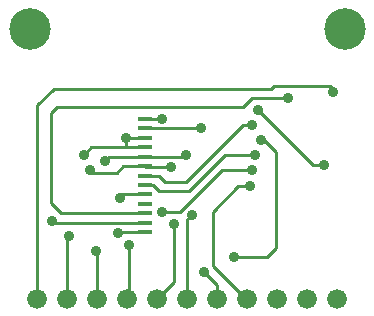
<source format=gbr>
G04 EAGLE Gerber RS-274X export*
G75*
%MOMM*%
%FSLAX34Y34*%
%LPD*%
%INBottom Copper*%
%IPPOS*%
%AMOC8*
5,1,8,0,0,1.08239X$1,22.5*%
G01*
%ADD10R,1.200000X0.400000*%
%ADD11C,1.676400*%
%ADD12C,3.516000*%
%ADD13C,0.906400*%
%ADD14C,0.254000*%


D10*
X107620Y-7360D03*
X107620Y640D03*
X107620Y8640D03*
X107620Y16640D03*
X107620Y24640D03*
X107620Y32640D03*
X107620Y40640D03*
X107620Y48640D03*
X107620Y56640D03*
X107620Y64640D03*
X107620Y72640D03*
X107620Y80640D03*
X107620Y88640D03*
D11*
X270510Y-63500D03*
X245110Y-63500D03*
X219710Y-63500D03*
X194310Y-63500D03*
X168910Y-63500D03*
X143510Y-63500D03*
X118110Y-63500D03*
X92710Y-63500D03*
X67310Y-63500D03*
X41910Y-63500D03*
X16510Y-63500D03*
D12*
X10160Y165100D03*
X276860Y165100D03*
D13*
X85090Y-7620D03*
D14*
X89410Y24640D02*
X107620Y24640D01*
X89410Y24640D02*
X86360Y21590D01*
D13*
X86360Y21590D03*
D14*
X107620Y88640D02*
X121660Y88640D01*
X121920Y88900D01*
D13*
X121920Y88900D03*
D14*
X107620Y-7360D02*
X85350Y-7360D01*
X85090Y-7620D01*
D13*
X55880Y58420D03*
D14*
X62360Y64640D02*
X91440Y64640D01*
X107620Y64640D01*
X107620Y72640D02*
X91440Y72640D01*
D13*
X91440Y72640D03*
D14*
X91440Y64640D01*
D13*
X203200Y96520D03*
D14*
X250190Y49530D01*
D13*
X259080Y49530D03*
D14*
X107620Y640D02*
X31110Y640D01*
X29210Y2540D01*
D13*
X29210Y2540D03*
D14*
X56140Y58420D02*
X62360Y64640D01*
X56140Y58420D02*
X55880Y58420D01*
X250190Y49530D02*
X259080Y49530D01*
D13*
X154940Y81280D03*
D14*
X154300Y80640D02*
X107620Y80640D01*
X154300Y80640D02*
X154940Y81280D01*
D13*
X196850Y31750D03*
D14*
X186690Y31750D02*
X165100Y10160D01*
X165100Y-35560D01*
X193040Y-63500D01*
X196850Y31750D02*
X186690Y31750D01*
X193040Y-63500D02*
X194310Y-63500D01*
D13*
X147320Y7620D03*
D14*
X143510Y3810D01*
X143510Y-63500D01*
D13*
X66040Y-22860D03*
X182880Y-27940D03*
D14*
X218440Y-20320D02*
X218440Y60960D01*
X208280Y71120D01*
X205740Y71120D01*
D13*
X205740Y71120D03*
D14*
X67310Y-24130D02*
X67310Y-63500D01*
X67310Y-24130D02*
X66040Y-22860D01*
X182880Y-27940D02*
X210820Y-27940D01*
X218440Y-20320D01*
D13*
X73660Y53340D03*
D14*
X76960Y56640D01*
X107620Y56640D01*
X140460Y56640D01*
X142240Y58420D01*
D13*
X142240Y58420D03*
D14*
X114680Y32640D02*
X107620Y32640D01*
X114680Y32640D02*
X119380Y27940D01*
X144780Y27940D01*
X175260Y58420D01*
X200660Y58420D01*
D13*
X200660Y58420D03*
D14*
X119380Y40640D02*
X107620Y40640D01*
X119380Y40640D02*
X124460Y35560D01*
X142240Y35560D01*
X190500Y83820D01*
X198120Y83820D01*
D13*
X198120Y83820D03*
X43180Y-10160D03*
D14*
X41910Y-11430D01*
X41910Y-63500D01*
X37080Y8640D02*
X107620Y8640D01*
X37080Y8640D02*
X27940Y17780D01*
X27940Y93980D01*
X33020Y99060D01*
X190500Y99060D01*
X198120Y106680D01*
X228600Y106680D01*
D13*
X228600Y106680D03*
X157480Y-40640D03*
D14*
X168910Y-52070D02*
X168910Y-63500D01*
X168910Y-52070D02*
X157480Y-40640D01*
D13*
X60960Y45720D03*
D14*
X63500Y43180D01*
X83820Y43180D01*
X89280Y48640D01*
X107620Y48640D01*
X108000Y48260D01*
X129540Y48260D01*
D13*
X129540Y48260D03*
X121920Y10160D03*
D14*
X137160Y10160D01*
X172720Y45720D02*
X198120Y45720D01*
D13*
X198120Y45720D03*
D14*
X172720Y45720D02*
X137160Y10160D01*
X93980Y-62230D02*
X92710Y-63500D01*
X93980Y-62230D02*
X93980Y-17780D01*
D13*
X93980Y-17780D03*
D14*
X16510Y-63500D02*
X16510Y100330D01*
X30480Y114300D01*
X214630Y114300D01*
X217170Y116840D01*
X264160Y116840D01*
X266700Y114300D01*
X266700Y111760D01*
D13*
X266700Y111760D03*
X132080Y0D03*
D14*
X132080Y-49530D02*
X118110Y-63500D01*
X132080Y-49530D02*
X132080Y0D01*
M02*

</source>
